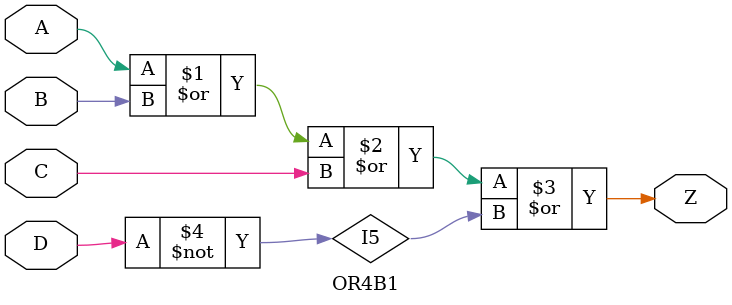
<source format=v>
`resetall
`timescale 1 ns / 100 ps

/* Created by DB2VERILOG Version 1.0.1.1 on Sat May 14 11:26:40 1994 */
/* module compiled from "lsl2db 3.6.4" run */


`celldefine
module OR4B1 (A, B, C, D, Z);
input  A, B, C, D;
output Z;
or INST2 (Z, A, B, C, I5);
not INST4 (I5, D);

endmodule 
`endcelldefine

</source>
